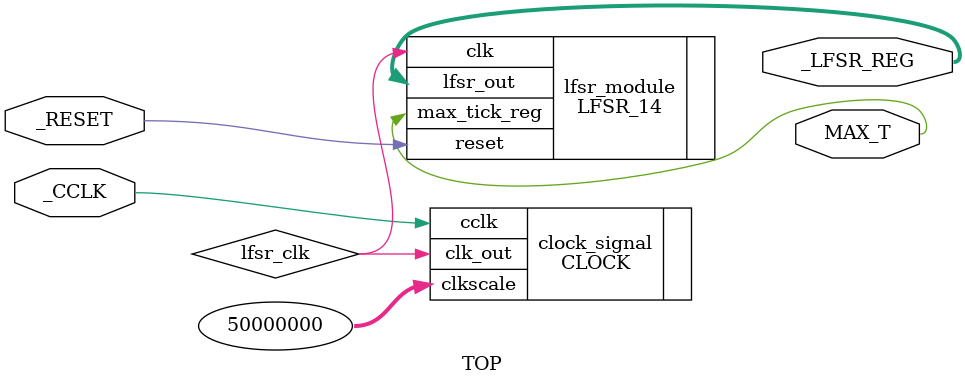
<source format=v>
module TOP
    (
    //I/O:
    input wire _CCLK, _RESET,
    output wire MAX_T, 
    output wire [13:0] _LFSR_REG
    );
    
    wire lfsr_clk;
    //INSTANTIATING CLOCK MODULE
    CLOCK clock_signal (.cclk(_CCLK), .clkscale(50000000), .clk_out(lfsr_clk));
    //INSTANTIATING LFSR MODULE
    LFSR_14 lfsr_module (.clk(lfsr_clk), .reset(_RESET), .lfsr_out(_LFSR_REG), .max_tick_reg(MAX_T));
    
endmodule

</source>
